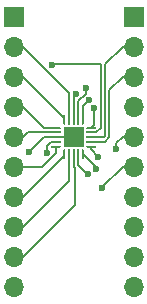
<source format=gbr>
%TF.GenerationSoftware,KiCad,Pcbnew,8.0.5*%
%TF.CreationDate,2024-11-20T10:52:19+05:30*%
%TF.ProjectId,MCUs,4d435573-2e6b-4696-9361-645f70636258,rev?*%
%TF.SameCoordinates,Original*%
%TF.FileFunction,Copper,L1,Top*%
%TF.FilePolarity,Positive*%
%FSLAX46Y46*%
G04 Gerber Fmt 4.6, Leading zero omitted, Abs format (unit mm)*
G04 Created by KiCad (PCBNEW 8.0.5) date 2024-11-20 10:52:19*
%MOMM*%
%LPD*%
G01*
G04 APERTURE LIST*
G04 Aperture macros list*
%AMRoundRect*
0 Rectangle with rounded corners*
0 $1 Rounding radius*
0 $2 $3 $4 $5 $6 $7 $8 $9 X,Y pos of 4 corners*
0 Add a 4 corners polygon primitive as box body*
4,1,4,$2,$3,$4,$5,$6,$7,$8,$9,$2,$3,0*
0 Add four circle primitives for the rounded corners*
1,1,$1+$1,$2,$3*
1,1,$1+$1,$4,$5*
1,1,$1+$1,$6,$7*
1,1,$1+$1,$8,$9*
0 Add four rect primitives between the rounded corners*
20,1,$1+$1,$2,$3,$4,$5,0*
20,1,$1+$1,$4,$5,$6,$7,0*
20,1,$1+$1,$6,$7,$8,$9,0*
20,1,$1+$1,$8,$9,$2,$3,0*%
%AMFreePoly0*
4,1,14,0.334644,0.085355,0.385355,0.034644,0.400000,-0.000711,0.400000,-0.050000,0.385355,-0.085355,0.350000,-0.100000,-0.350000,-0.100000,-0.385355,-0.085355,-0.400000,-0.050000,-0.400000,0.050000,-0.385355,0.085355,-0.350000,0.100000,0.299289,0.100000,0.334644,0.085355,0.334644,0.085355,$1*%
%AMFreePoly1*
4,1,14,0.385355,0.085355,0.400000,0.050000,0.400000,0.000711,0.385355,-0.034644,0.334644,-0.085355,0.299289,-0.100000,-0.350000,-0.100000,-0.385355,-0.085355,-0.400000,-0.050000,-0.400000,0.050000,-0.385355,0.085355,-0.350000,0.100000,0.350000,0.100000,0.385355,0.085355,0.385355,0.085355,$1*%
%AMFreePoly2*
4,1,14,0.085355,0.385355,0.100000,0.350000,0.100000,-0.350000,0.085355,-0.385355,0.050000,-0.400000,-0.050000,-0.400000,-0.085355,-0.385355,-0.100000,-0.350000,-0.100000,0.299289,-0.085355,0.334644,-0.034644,0.385355,0.000711,0.400000,0.050000,0.400000,0.085355,0.385355,0.085355,0.385355,$1*%
%AMFreePoly3*
4,1,14,0.034644,0.385355,0.085355,0.334644,0.100000,0.299289,0.100000,-0.350000,0.085355,-0.385355,0.050000,-0.400000,-0.050000,-0.400000,-0.085355,-0.385355,-0.100000,-0.350000,-0.100000,0.350000,-0.085355,0.385355,-0.050000,0.400000,-0.000711,0.400000,0.034644,0.385355,0.034644,0.385355,$1*%
%AMFreePoly4*
4,1,14,0.385355,0.085355,0.400000,0.050000,0.400000,-0.050000,0.385355,-0.085355,0.350000,-0.100000,-0.299289,-0.100000,-0.334644,-0.085355,-0.385355,-0.034644,-0.400000,0.000711,-0.400000,0.050000,-0.385355,0.085355,-0.350000,0.100000,0.350000,0.100000,0.385355,0.085355,0.385355,0.085355,$1*%
%AMFreePoly5*
4,1,14,0.385355,0.085355,0.400000,0.050000,0.400000,-0.050000,0.385355,-0.085355,0.350000,-0.100000,-0.350000,-0.100000,-0.385355,-0.085355,-0.400000,-0.050000,-0.400000,-0.000711,-0.385355,0.034644,-0.334644,0.085355,-0.299289,0.100000,0.350000,0.100000,0.385355,0.085355,0.385355,0.085355,$1*%
%AMFreePoly6*
4,1,14,0.085355,0.385355,0.100000,0.350000,0.100000,-0.299289,0.085355,-0.334644,0.034644,-0.385355,-0.000711,-0.400000,-0.050000,-0.400000,-0.085355,-0.385355,-0.100000,-0.350000,-0.100000,0.350000,-0.085355,0.385355,-0.050000,0.400000,0.050000,0.400000,0.085355,0.385355,0.085355,0.385355,$1*%
%AMFreePoly7*
4,1,14,0.085355,0.385355,0.100000,0.350000,0.100000,-0.350000,0.085355,-0.385355,0.050000,-0.400000,0.000711,-0.400000,-0.034644,-0.385355,-0.085355,-0.334644,-0.100000,-0.299289,-0.100000,0.350000,-0.085355,0.385355,-0.050000,0.400000,0.050000,0.400000,0.085355,0.385355,0.085355,0.385355,$1*%
G04 Aperture macros list end*
%TA.AperFunction,SMDPad,CuDef*%
%ADD10FreePoly0,0.000000*%
%TD*%
%TA.AperFunction,SMDPad,CuDef*%
%ADD11RoundRect,0.050000X-0.350000X-0.050000X0.350000X-0.050000X0.350000X0.050000X-0.350000X0.050000X0*%
%TD*%
%TA.AperFunction,SMDPad,CuDef*%
%ADD12FreePoly1,0.000000*%
%TD*%
%TA.AperFunction,SMDPad,CuDef*%
%ADD13FreePoly2,0.000000*%
%TD*%
%TA.AperFunction,SMDPad,CuDef*%
%ADD14RoundRect,0.050000X-0.050000X-0.350000X0.050000X-0.350000X0.050000X0.350000X-0.050000X0.350000X0*%
%TD*%
%TA.AperFunction,SMDPad,CuDef*%
%ADD15FreePoly3,0.000000*%
%TD*%
%TA.AperFunction,SMDPad,CuDef*%
%ADD16FreePoly4,0.000000*%
%TD*%
%TA.AperFunction,SMDPad,CuDef*%
%ADD17FreePoly5,0.000000*%
%TD*%
%TA.AperFunction,SMDPad,CuDef*%
%ADD18FreePoly6,0.000000*%
%TD*%
%TA.AperFunction,SMDPad,CuDef*%
%ADD19FreePoly7,0.000000*%
%TD*%
%TA.AperFunction,HeatsinkPad*%
%ADD20R,1.700000X1.700000*%
%TD*%
%TA.AperFunction,ComponentPad*%
%ADD21R,1.700000X1.700000*%
%TD*%
%TA.AperFunction,ComponentPad*%
%ADD22O,1.700000X1.700000*%
%TD*%
%TA.AperFunction,ViaPad*%
%ADD23C,0.600000*%
%TD*%
%TA.AperFunction,Conductor*%
%ADD24C,0.150000*%
%TD*%
G04 APERTURE END LIST*
D10*
%TO.P,U1,1,PA2*%
%TO.N,Net-(J1-Pin_4)*%
X44270000Y-49409000D03*
D11*
%TO.P,U1,2,PA3*%
%TO.N,Net-(J1-Pin_5)*%
X44270000Y-49809000D03*
%TO.P,U1,3,GND*%
%TO.N,GND*%
X44270000Y-50209000D03*
%TO.P,U1,4,VCC*%
%TO.N,VCC*%
X44270000Y-50609000D03*
D12*
%TO.P,U1,5,PA4*%
%TO.N,Net-(J1-Pin_6)*%
X44270000Y-51009000D03*
D13*
%TO.P,U1,6,PA5*%
%TO.N,Net-(J1-Pin_7)*%
X44920000Y-51659000D03*
D14*
%TO.P,U1,7,PA6*%
%TO.N,Net-(J1-Pin_8)*%
X45320000Y-51659000D03*
%TO.P,U1,8,PA7*%
%TO.N,Net-(J1-Pin_9)*%
X45720000Y-51659000D03*
%TO.P,U1,9,PB5*%
%TO.N,Net-(J2-Pin_6)*%
X46120000Y-51659000D03*
D15*
%TO.P,U1,10,PB4*%
%TO.N,Net-(J2-Pin_5)*%
X46520000Y-51659000D03*
D16*
%TO.P,U1,11,PB3*%
%TO.N,Net-(J2-Pin_4)*%
X47170000Y-51009000D03*
D11*
%TO.P,U1,12,PB2*%
%TO.N,Net-(J2-Pin_3)*%
X47170000Y-50609000D03*
%TO.P,U1,13,PB1*%
%TO.N,Net-(J2-Pin_2)*%
X47170000Y-50209000D03*
%TO.P,U1,14,PB0*%
%TO.N,Net-(J1-Pin_10)*%
X47170000Y-49809000D03*
D17*
%TO.P,U1,15,PC0*%
%TO.N,PC0*%
X47170000Y-49409000D03*
D18*
%TO.P,U1,16,PC1*%
%TO.N,PC1*%
X46520000Y-48759000D03*
D14*
%TO.P,U1,17,PC2*%
%TO.N,PC2*%
X46120000Y-48759000D03*
%TO.P,U1,18,PC3*%
%TO.N,PC3*%
X45720000Y-48759000D03*
%TO.P,U1,19,~{RESET}/PA0*%
%TO.N,Net-(J1-Pin_2)*%
X45320000Y-48759000D03*
D19*
%TO.P,U1,20,PA1*%
%TO.N,Net-(J1-Pin_3)*%
X44920000Y-48759000D03*
D20*
%TO.P,U1,21,GND*%
%TO.N,GND*%
X45720000Y-50209000D03*
%TD*%
D21*
%TO.P,J2,1,Pin_1*%
%TO.N,VCC*%
X50800000Y-40005000D03*
D22*
%TO.P,J2,2,Pin_2*%
%TO.N,Net-(J2-Pin_2)*%
X50800000Y-42545000D03*
%TO.P,J2,3,Pin_3*%
%TO.N,Net-(J2-Pin_3)*%
X50800000Y-45085000D03*
%TO.P,J2,4,Pin_4*%
%TO.N,Net-(J2-Pin_4)*%
X50800000Y-47625000D03*
%TO.P,J2,5,Pin_5*%
%TO.N,Net-(J2-Pin_5)*%
X50800000Y-50165000D03*
%TO.P,J2,6,Pin_6*%
%TO.N,Net-(J2-Pin_6)*%
X50800000Y-52705000D03*
%TO.P,J2,7,Pin_7*%
%TO.N,PC0*%
X50800000Y-55245000D03*
%TO.P,J2,8,Pin_8*%
%TO.N,PC1*%
X50800000Y-57785000D03*
%TO.P,J2,9,Pin_9*%
%TO.N,PC2*%
X50800000Y-60325000D03*
%TO.P,J2,10,Pin_10*%
%TO.N,PC3*%
X50800000Y-62865000D03*
%TD*%
D21*
%TO.P,J1,1,Pin_1*%
%TO.N,GND*%
X40640000Y-40005000D03*
D22*
%TO.P,J1,2,Pin_2*%
%TO.N,Net-(J1-Pin_2)*%
X40640000Y-42545000D03*
%TO.P,J1,3,Pin_3*%
%TO.N,Net-(J1-Pin_3)*%
X40640000Y-45085000D03*
%TO.P,J1,4,Pin_4*%
%TO.N,Net-(J1-Pin_4)*%
X40640000Y-47625000D03*
%TO.P,J1,5,Pin_5*%
%TO.N,Net-(J1-Pin_5)*%
X40640000Y-50165000D03*
%TO.P,J1,6,Pin_6*%
%TO.N,Net-(J1-Pin_6)*%
X40640000Y-52705000D03*
%TO.P,J1,7,Pin_7*%
%TO.N,Net-(J1-Pin_7)*%
X40640000Y-55245000D03*
%TO.P,J1,8,Pin_8*%
%TO.N,Net-(J1-Pin_8)*%
X40640000Y-57785000D03*
%TO.P,J1,9,Pin_9*%
%TO.N,Net-(J1-Pin_9)*%
X40640000Y-60325000D03*
%TO.P,J1,10,Pin_10*%
%TO.N,Net-(J1-Pin_10)*%
X40640000Y-62865000D03*
%TD*%
D23*
%TO.N,Net-(J1-Pin_10)*%
X43888800Y-44069000D03*
%TO.N,PC0*%
X47420064Y-47759863D03*
%TO.N,Net-(J2-Pin_4)*%
X47809226Y-51866426D03*
%TO.N,PC1*%
X47047488Y-47047860D03*
%TO.N,PC2*%
X46768200Y-46024800D03*
%TO.N,PC3*%
X45920000Y-46549001D03*
%TO.N,Net-(J2-Pin_5)*%
X49317000Y-51206400D03*
X47588769Y-52900057D03*
%TO.N,Net-(J2-Pin_6)*%
X46920600Y-53340000D03*
X48120774Y-54489374D03*
%TO.N,VCC*%
X43452387Y-51522787D03*
%TO.N,GND*%
X41967600Y-51435000D03*
%TD*%
D24*
%TO.N,Net-(J2-Pin_2)*%
X49867000Y-42545000D02*
X50800000Y-42545000D01*
%TO.N,Net-(J2-Pin_3)*%
X49867000Y-45085000D02*
X50800000Y-45085000D01*
%TO.N,Net-(J2-Pin_5)*%
X49867000Y-50165000D02*
X50800000Y-50165000D01*
%TO.N,Net-(J2-Pin_6)*%
X49867000Y-52705000D02*
X50800000Y-52705000D01*
%TO.N,Net-(J1-Pin_8)*%
X41457000Y-57785000D02*
X40640000Y-57785000D01*
%TO.N,Net-(J1-Pin_7)*%
X44920000Y-51659000D02*
X44920000Y-51782000D01*
X44920000Y-51782000D02*
X41457000Y-55245000D01*
X41457000Y-55245000D02*
X40640000Y-55245000D01*
%TO.N,Net-(J1-Pin_6)*%
X44270000Y-51009000D02*
X44270000Y-51518347D01*
X44270000Y-51518347D02*
X43083347Y-52705000D01*
X43083347Y-52705000D02*
X40640000Y-52705000D01*
%TO.N,Net-(J1-Pin_4)*%
X44270000Y-49409000D02*
X43241000Y-49409000D01*
X43241000Y-49409000D02*
X41457000Y-47625000D01*
X41457000Y-47625000D02*
X40640000Y-47625000D01*
%TO.N,Net-(J1-Pin_2)*%
X45320000Y-48759000D02*
X45345000Y-48734000D01*
X45345000Y-48734000D02*
X45345000Y-46433000D01*
X41457000Y-42545000D02*
X40640000Y-42545000D01*
X45345000Y-46433000D02*
X41457000Y-42545000D01*
%TO.N,GND*%
X43193600Y-50209000D02*
X44270000Y-50209000D01*
X41967600Y-51435000D02*
X43193600Y-50209000D01*
%TO.N,Net-(J1-Pin_10)*%
X48038200Y-49414024D02*
X48038200Y-44043600D01*
X47643224Y-49809000D02*
X48038200Y-49414024D01*
X48038200Y-44043600D02*
X43914200Y-44043600D01*
X47170000Y-49809000D02*
X47643224Y-49809000D01*
X43914200Y-44043600D02*
X43888800Y-44069000D01*
%TO.N,VCC*%
X43796776Y-50609000D02*
X44270000Y-50609000D01*
X43452387Y-51522787D02*
X43452387Y-50953389D01*
X43452387Y-50953389D02*
X43796776Y-50609000D01*
%TO.N,PC1*%
X47047488Y-47047860D02*
X46520000Y-47575348D01*
X46520000Y-47575348D02*
X46520000Y-48759000D01*
%TO.N,PC0*%
X47420064Y-47759863D02*
X47420064Y-49158936D01*
X47420064Y-49158936D02*
X47170000Y-49409000D01*
%TO.N,PC2*%
X46768200Y-46024800D02*
X46768200Y-46513974D01*
X46768200Y-46513974D02*
X46120000Y-47162174D01*
X46120000Y-47162174D02*
X46120000Y-48759000D01*
%TO.N,PC3*%
X45920000Y-46549001D02*
X45720000Y-46749001D01*
X45720000Y-46749001D02*
X45720000Y-48759000D01*
%TO.N,Net-(J2-Pin_2)*%
X47170000Y-50209000D02*
X48261226Y-50209000D01*
X48392000Y-44020000D02*
X49867000Y-42545000D01*
X48261226Y-50209000D02*
X48392000Y-50078226D01*
X48392000Y-50078226D02*
X48392000Y-44020000D01*
%TO.N,Net-(J2-Pin_3)*%
X47170000Y-50609000D02*
X48356200Y-50609000D01*
X48742000Y-50223200D02*
X48742000Y-46210000D01*
X48356200Y-50609000D02*
X48742000Y-50223200D01*
X48742000Y-46210000D02*
X49867000Y-45085000D01*
%TO.N,Net-(J2-Pin_4)*%
X47170000Y-51227200D02*
X47809226Y-51866426D01*
X47170000Y-51009000D02*
X47170000Y-51227200D01*
%TO.N,Net-(J2-Pin_5)*%
X47588769Y-52900057D02*
X47588769Y-52727769D01*
X47588769Y-52727769D02*
X46520000Y-51659000D01*
X49317000Y-51206400D02*
X49317000Y-50715000D01*
X49317000Y-50715000D02*
X49867000Y-50165000D01*
%TO.N,Net-(J2-Pin_6)*%
X48120774Y-54489374D02*
X48120774Y-54451226D01*
X48120774Y-54451226D02*
X49867000Y-52705000D01*
X46120000Y-51659000D02*
X46120000Y-52603225D01*
X46856775Y-53340000D02*
X46920600Y-53340000D01*
X46120000Y-52603225D02*
X46856775Y-53340000D01*
%TO.N,GND*%
X44270000Y-50209000D02*
X45720000Y-50209000D01*
%TO.N,Net-(J1-Pin_3)*%
X44920000Y-48548000D02*
X44920000Y-48759000D01*
%TO.N,Net-(J1-Pin_9)*%
X41457000Y-60325000D02*
X45853800Y-55928200D01*
X45853800Y-52832000D02*
X45720000Y-52698200D01*
X45853800Y-55928200D02*
X45853800Y-52832000D01*
X45720000Y-52698200D02*
X45720000Y-51659000D01*
%TO.N,Net-(J1-Pin_8)*%
X41457000Y-57785000D02*
X45320000Y-53922000D01*
X45320000Y-53922000D02*
X45320000Y-51659000D01*
%TO.N,Net-(J1-Pin_5)*%
X41828000Y-49794000D02*
X44142000Y-49794000D01*
X41457000Y-50165000D02*
X41828000Y-49794000D01*
%TO.N,Net-(J1-Pin_3)*%
X41457000Y-45085000D02*
X44920000Y-48548000D01*
%TD*%
M02*

</source>
